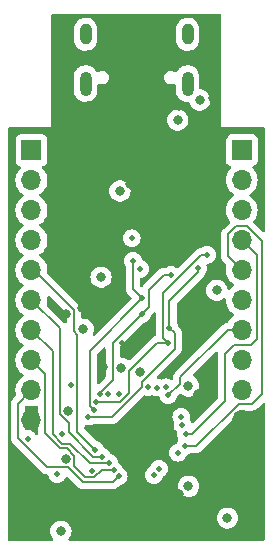
<source format=gbr>
%TF.GenerationSoftware,KiCad,Pcbnew,7.0.2*%
%TF.CreationDate,2023-05-30T01:45:27-07:00*%
%TF.ProjectId,iCEGenius,69434547-656e-4697-9573-2e6b69636164,rev?*%
%TF.SameCoordinates,Original*%
%TF.FileFunction,Copper,L3,Inr*%
%TF.FilePolarity,Positive*%
%FSLAX46Y46*%
G04 Gerber Fmt 4.6, Leading zero omitted, Abs format (unit mm)*
G04 Created by KiCad (PCBNEW 7.0.2) date 2023-05-30 01:45:27*
%MOMM*%
%LPD*%
G01*
G04 APERTURE LIST*
%TA.AperFunction,ComponentPad*%
%ADD10O,1.000000X1.800000*%
%TD*%
%TA.AperFunction,ComponentPad*%
%ADD11O,1.000000X2.100000*%
%TD*%
%TA.AperFunction,ComponentPad*%
%ADD12O,1.700000X1.700000*%
%TD*%
%TA.AperFunction,ComponentPad*%
%ADD13R,1.700000X1.700000*%
%TD*%
%TA.AperFunction,ViaPad*%
%ADD14C,0.800000*%
%TD*%
%TA.AperFunction,ViaPad*%
%ADD15C,0.500000*%
%TD*%
%TA.AperFunction,Conductor*%
%ADD16C,0.200000*%
%TD*%
G04 APERTURE END LIST*
D10*
%TO.N,unconnected-(J1-SHIELD-PadS1)*%
%TO.C,J1*%
X160330000Y-78720000D03*
D11*
X151690000Y-82900000D03*
D10*
X151690000Y-78720000D03*
D11*
X160330000Y-82900000D03*
%TD*%
D12*
%TO.N,GND*%
%TO.C,J3*%
X164915000Y-111390000D03*
%TO.N,IOT_45*%
X164915000Y-108850000D03*
%TO.N,IOT_47*%
X164915000Y-106310000D03*
%TO.N,IOL_4A*%
X164915000Y-103770000D03*
%TO.N,IOT_50_GBIN1*%
X164915000Y-101230000D03*
%TO.N,IOT_53*%
X164915000Y-98690000D03*
%TO.N,IOT_52*%
X164915000Y-96150000D03*
%TO.N,IOL_2B*%
X164915000Y-93610000D03*
%TO.N,IOL_2A*%
X164915000Y-91070000D03*
D13*
%TO.N,+3V3*%
X164915000Y-88530000D03*
%TD*%
D12*
%TO.N,GND*%
%TO.C,J2*%
X147115000Y-111410000D03*
%TO.N,IOR_39*%
X147115000Y-108870000D03*
%TO.N,IOR_38*%
X147115000Y-106330000D03*
%TO.N,IOR_36_GBIN2*%
X147115000Y-103790000D03*
%TO.N,IOR_35_GBIN3*%
X147115000Y-101250000D03*
%TO.N,IOR_34*%
X147115000Y-98710000D03*
%TO.N,IOL_5A_GBIN6*%
X147115000Y-96170000D03*
%TO.N,IOL_5B*%
X147115000Y-93630000D03*
%TO.N,IOL_4B_GBIN7*%
X147115000Y-91090000D03*
D13*
%TO.N,+3V3*%
X147115000Y-88550000D03*
%TD*%
D14*
%TO.N,GND*%
X151400000Y-97899999D03*
X151400000Y-101900001D03*
X151400000Y-99900000D03*
X152399999Y-121000000D03*
X156400001Y-121000000D03*
X154400000Y-121000000D03*
X157800001Y-78800000D03*
X153799999Y-78800000D03*
X155800000Y-78800000D03*
X150100000Y-88800000D03*
X150100000Y-84800000D03*
X150100000Y-86800000D03*
X149700000Y-82500000D03*
X149700000Y-80500000D03*
X149700000Y-78500000D03*
%TO.N,+5V*%
X161365000Y-84300000D03*
D15*
%TO.N,Net-(D5-A)*%
X150450500Y-108400000D03*
%TO.N,CRESET_B*%
X149300000Y-116000000D03*
%TO.N,CRESET_B_CTL*%
X146800000Y-113000000D03*
X156300000Y-98600000D03*
%TO.N,SDI*%
X158700000Y-104900000D03*
X162000000Y-97400000D03*
%TO.N,SCK*%
X158800000Y-103600000D03*
X161200000Y-98500000D03*
%TO.N,SDO*%
X156500000Y-102400000D03*
X158900000Y-99100000D03*
%TO.N,SS*%
X156500000Y-101100000D03*
X155700000Y-97900000D03*
%TO.N,GND*%
X161700000Y-93000000D03*
D14*
%TO.N,+3V3*%
X153000000Y-99300000D03*
X151500000Y-103700000D03*
%TO.N,GND*%
X165900000Y-118200000D03*
X164700000Y-113600000D03*
X161200000Y-109200000D03*
%TO.N,+3V3*%
X160400000Y-108500000D03*
D15*
%TO.N,GND*%
X149700000Y-112600000D03*
D14*
%TO.N,+3V3*%
X150200000Y-110600000D03*
D15*
%TO.N,GND*%
X152200000Y-115700000D03*
D14*
%TO.N,+3V3*%
X150000000Y-114700000D03*
%TO.N,GND*%
X146800000Y-119800000D03*
%TO.N,+3V3*%
X149600000Y-120800000D03*
%TO.N,GND*%
X156700000Y-118800000D03*
X159641121Y-117650468D03*
X162400000Y-118500000D03*
%TO.N,+3V3*%
X163700000Y-119700000D03*
X160400000Y-117000000D03*
X154700000Y-107000000D03*
%TO.N,GND*%
X156300000Y-107300000D03*
X153200000Y-106900000D03*
X150000000Y-102400000D03*
%TO.N,+3V3*%
X162800000Y-100400000D03*
%TO.N,GND*%
X153600000Y-97200000D03*
X153300000Y-94300000D03*
X150300000Y-96900000D03*
D15*
%TO.N,+5V*%
X155600000Y-96000000D03*
D14*
X154600000Y-92000000D03*
%TO.N,GND*%
X155431635Y-91368365D03*
X152900000Y-91400000D03*
X162500000Y-84100000D03*
X163400000Y-87300000D03*
%TO.N,+3V3*%
X159500000Y-86000000D03*
%TO.N,GND*%
X158300000Y-88500000D03*
D15*
X154800000Y-104900000D03*
%TO.N,IOT_45*%
X157480298Y-116059602D03*
%TO.N,IOT_47*%
X157900000Y-115500000D03*
%TO.N,IOT_50_GBIN1*%
X159500000Y-114149500D03*
%TO.N,IOT_53*%
X160100000Y-113600000D03*
%TO.N,IOR_39*%
X154496826Y-116146070D03*
%TO.N,IOR_38*%
X154059891Y-115599818D03*
%TO.N,IOR_36_GBIN2*%
X153700000Y-115000000D03*
%TO.N,IOR_35_GBIN3*%
X153100000Y-114500000D03*
%TO.N,IOR_34*%
X152500000Y-113900000D03*
%TO.N,SCK*%
X151928121Y-111094768D03*
%TO.N,SS*%
X152397937Y-110576525D03*
%TO.N,SDI*%
X152600000Y-109900000D03*
%TO.N,SDO*%
X152900497Y-109200000D03*
%TO.N,Net-(D5-A)*%
X153600000Y-109200000D03*
%TO.N,CRESET_B*%
X154500000Y-109200000D03*
%TO.N,IOL_5A_GBIN6*%
X157003934Y-108596040D03*
%TO.N,IOL_5B*%
X157738543Y-108638543D03*
%TO.N,IOL_4B_GBIN7*%
X158533627Y-108620571D03*
%TO.N,IOL_4A*%
X158700000Y-109300000D03*
D14*
%TO.N,GND*%
X151900000Y-87400000D03*
X157300000Y-87100000D03*
X162200000Y-79400000D03*
X151900000Y-84900000D03*
X159600000Y-84800000D03*
X158600000Y-95900000D03*
X156000000Y-112438990D03*
D15*
%TO.N,IOL_2A*%
X159800000Y-111100000D03*
%TO.N,IOL_2B*%
X159900000Y-111800000D03*
%TO.N,IOT_52*%
X160200000Y-112600000D03*
%TD*%
D16*
%TO.N,SCK*%
X159250000Y-105339950D02*
X159250000Y-104050000D01*
X159250000Y-104050000D02*
X158800000Y-103600000D01*
X156453934Y-108136016D02*
X159250000Y-105339950D01*
X156453934Y-108589570D02*
X156453934Y-108136016D01*
X151928121Y-111094768D02*
X151959878Y-111126525D01*
X153916978Y-111126525D02*
X156453934Y-108589570D01*
X151959878Y-111126525D02*
X153916978Y-111126525D01*
%TO.N,IOT_53*%
X163765000Y-97540000D02*
X164915000Y-98690000D01*
X163765000Y-95673654D02*
X163765000Y-97540000D01*
X164438654Y-95000000D02*
X163765000Y-95673654D01*
X165391346Y-95000000D02*
X164438654Y-95000000D01*
X166600000Y-96208654D02*
X165391346Y-95000000D01*
X166600000Y-109200000D02*
X166600000Y-96208654D01*
X165800000Y-110000000D02*
X166600000Y-109200000D01*
X164678654Y-110000000D02*
X165800000Y-110000000D01*
X161078654Y-113600000D02*
X164678654Y-110000000D01*
X160100000Y-113600000D02*
X161078654Y-113600000D01*
%TO.N,IOT_52*%
X166200000Y-97435000D02*
X164915000Y-96150000D01*
X165700000Y-105000000D02*
X166200000Y-104500000D01*
X166200000Y-104500000D02*
X166200000Y-97435000D01*
X164300000Y-105000000D02*
X165700000Y-105000000D01*
X163500000Y-109800000D02*
X163500000Y-105800000D01*
X163500000Y-105800000D02*
X164300000Y-105000000D01*
X160700000Y-112600000D02*
X163500000Y-109800000D01*
X160200000Y-112600000D02*
X160700000Y-112600000D01*
%TO.N,IOL_4A*%
X163712919Y-103770000D02*
X164915000Y-103770000D01*
X159700000Y-107782919D02*
X163712919Y-103770000D01*
X159700000Y-108300000D02*
X159700000Y-107782919D01*
X158700000Y-109300000D02*
X159700000Y-108300000D01*
%TO.N,IOR_39*%
X153992896Y-116650000D02*
X154496826Y-116146070D01*
X151450000Y-116650000D02*
X153992896Y-116650000D01*
X150200000Y-115400000D02*
X151450000Y-116650000D01*
X148422182Y-115400000D02*
X150200000Y-115400000D01*
X145965000Y-112942818D02*
X148422182Y-115400000D01*
X145965000Y-110020000D02*
X145965000Y-112942818D01*
X147115000Y-108870000D02*
X145965000Y-110020000D01*
%TO.N,IOR_38*%
X148265000Y-112508504D02*
X148265000Y-107480000D01*
X149556496Y-113800000D02*
X148265000Y-112508504D01*
X150089950Y-113800000D02*
X149556496Y-113800000D01*
X150700000Y-114410050D02*
X150089950Y-113800000D01*
X151672182Y-116250000D02*
X150700000Y-115277818D01*
X154059709Y-115600000D02*
X153077818Y-115600000D01*
X153077818Y-115600000D02*
X152427818Y-116250000D01*
X152427818Y-116250000D02*
X151672182Y-116250000D01*
X148265000Y-107480000D02*
X147115000Y-106330000D01*
X150700000Y-115277818D02*
X150700000Y-114410050D01*
X154059891Y-115599818D02*
X154059709Y-115600000D01*
%TO.N,IOR_36_GBIN2*%
X148900000Y-105575000D02*
X147115000Y-103790000D01*
X148900000Y-112577818D02*
X148900000Y-105575000D01*
X152050000Y-115050000D02*
X150400000Y-113400000D01*
X153650000Y-115050000D02*
X152050000Y-115050000D01*
X150400000Y-113400000D02*
X149722182Y-113400000D01*
X149722182Y-113400000D02*
X148900000Y-112577818D01*
X153700000Y-115000000D02*
X153650000Y-115050000D01*
%TO.N,IOR_35_GBIN3*%
X149500000Y-103635000D02*
X147115000Y-101250000D01*
X150250000Y-111650000D02*
X149500000Y-110900000D01*
X150250000Y-112427818D02*
X150250000Y-111650000D01*
X152322182Y-114500000D02*
X150250000Y-112427818D01*
X149500000Y-110900000D02*
X149500000Y-103635000D01*
X153100000Y-114500000D02*
X152322182Y-114500000D01*
%TO.N,IOR_34*%
X150700000Y-102110050D02*
X147299950Y-98710000D01*
X151000000Y-104189950D02*
X150700000Y-103889950D01*
X151000000Y-112400000D02*
X151000000Y-104189950D01*
X147299950Y-98710000D02*
X147115000Y-98710000D01*
X152500000Y-113900000D02*
X151000000Y-112400000D01*
X150700000Y-103889950D02*
X150700000Y-102110050D01*
%TO.N,SS*%
X152050000Y-110228588D02*
X152397937Y-110576525D01*
X152050000Y-105550000D02*
X152050000Y-110228588D01*
X156500000Y-101100000D02*
X152050000Y-105550000D01*
%TO.N,SDI*%
X158250000Y-100650000D02*
X158250000Y-104450000D01*
X161500000Y-97400000D02*
X158250000Y-100650000D01*
X162000000Y-97400000D02*
X161500000Y-97400000D01*
X158250000Y-104450000D02*
X158700000Y-104900000D01*
%TO.N,SCK*%
X158800000Y-101300000D02*
X158800000Y-103600000D01*
X161200000Y-98900000D02*
X158800000Y-101300000D01*
X161200000Y-98500000D02*
X161200000Y-98900000D01*
%TO.N,SDO*%
X157050000Y-101850000D02*
X156500000Y-102400000D01*
X158300000Y-99100000D02*
X157050000Y-100350000D01*
X157050000Y-100350000D02*
X157050000Y-101850000D01*
X158900000Y-99100000D02*
X158300000Y-99100000D01*
%TO.N,SDI*%
X154577818Y-109900000D02*
X152600000Y-109900000D01*
X155400000Y-109077818D02*
X154577818Y-109900000D01*
X155400000Y-107210050D02*
X155400000Y-109077818D01*
X157710050Y-104900000D02*
X155400000Y-107210050D01*
X158700000Y-104900000D02*
X157710050Y-104900000D01*
%TO.N,SDO*%
X152900497Y-109121685D02*
X152900497Y-109200000D01*
X154000000Y-108022182D02*
X152900497Y-109121685D01*
X156500000Y-102400000D02*
X154000000Y-104900000D01*
X154000000Y-104900000D02*
X154000000Y-108022182D01*
%TO.N,SS*%
X155700000Y-100300000D02*
X156500000Y-101100000D01*
X155700000Y-97900000D02*
X155700000Y-100300000D01*
%TD*%
%TA.AperFunction,Conductor*%
%TO.N,GND*%
G36*
X163142539Y-77020185D02*
G01*
X163188294Y-77072989D01*
X163199500Y-77124500D01*
X163199500Y-86575467D01*
X163199416Y-86575889D01*
X163199459Y-86600000D01*
X163199501Y-86600101D01*
X163199616Y-86600382D01*
X163199618Y-86600384D01*
X163199808Y-86600462D01*
X163200000Y-86600541D01*
X163200002Y-86600539D01*
X163224616Y-86600524D01*
X163224616Y-86600528D01*
X163224760Y-86600500D01*
X166775500Y-86600500D01*
X166842539Y-86620185D01*
X166888294Y-86672989D01*
X166899500Y-86724500D01*
X166899500Y-95359556D01*
X166879815Y-95426595D01*
X166827011Y-95472350D01*
X166757853Y-95482294D01*
X166694297Y-95453269D01*
X166687819Y-95447237D01*
X165925419Y-94684838D01*
X165891934Y-94623515D01*
X165896918Y-94553824D01*
X165925418Y-94509477D01*
X165953495Y-94481401D01*
X166089035Y-94287830D01*
X166188903Y-94073663D01*
X166250063Y-93845408D01*
X166270659Y-93610000D01*
X166250063Y-93374592D01*
X166188903Y-93146337D01*
X166089035Y-92932171D01*
X165953495Y-92738599D01*
X165786401Y-92571505D01*
X165600839Y-92441573D01*
X165557215Y-92386997D01*
X165550023Y-92317498D01*
X165581545Y-92255144D01*
X165600831Y-92238432D01*
X165786401Y-92108495D01*
X165953495Y-91941401D01*
X166089035Y-91747830D01*
X166188903Y-91533663D01*
X166250063Y-91305408D01*
X166270659Y-91070000D01*
X166250063Y-90834592D01*
X166188903Y-90606337D01*
X166089035Y-90392171D01*
X165953495Y-90198599D01*
X165831568Y-90076673D01*
X165798084Y-90015350D01*
X165803068Y-89945658D01*
X165844940Y-89889725D01*
X165875915Y-89872810D01*
X166007331Y-89823796D01*
X166122546Y-89737546D01*
X166208796Y-89622331D01*
X166259091Y-89487483D01*
X166265500Y-89427873D01*
X166265499Y-87632128D01*
X166259091Y-87572517D01*
X166208796Y-87437669D01*
X166122546Y-87322454D01*
X166007331Y-87236204D01*
X165872483Y-87185909D01*
X165812873Y-87179500D01*
X165809550Y-87179500D01*
X164020439Y-87179500D01*
X164020420Y-87179500D01*
X164017128Y-87179501D01*
X164013848Y-87179853D01*
X164013840Y-87179854D01*
X163957515Y-87185909D01*
X163822669Y-87236204D01*
X163707454Y-87322454D01*
X163621204Y-87437668D01*
X163570910Y-87572515D01*
X163570909Y-87572517D01*
X163564500Y-87632127D01*
X163564500Y-87635448D01*
X163564500Y-87635449D01*
X163564500Y-89424560D01*
X163564500Y-89424578D01*
X163564501Y-89427872D01*
X163564853Y-89431152D01*
X163564854Y-89431159D01*
X163570909Y-89487484D01*
X163578369Y-89507484D01*
X163621204Y-89622331D01*
X163707454Y-89737546D01*
X163822669Y-89823796D01*
X163934907Y-89865658D01*
X163954082Y-89872810D01*
X164010016Y-89914681D01*
X164034433Y-89980146D01*
X164019581Y-90048419D01*
X163998431Y-90076673D01*
X163876503Y-90198601D01*
X163740965Y-90392170D01*
X163641097Y-90606336D01*
X163579936Y-90834592D01*
X163559340Y-91070000D01*
X163579936Y-91305407D01*
X163585752Y-91327112D01*
X163641097Y-91533663D01*
X163740965Y-91747830D01*
X163876505Y-91941401D01*
X164043599Y-92108495D01*
X164229160Y-92238426D01*
X164272783Y-92293002D01*
X164279976Y-92362501D01*
X164248454Y-92424855D01*
X164229159Y-92441575D01*
X164043595Y-92571508D01*
X163876505Y-92738598D01*
X163740965Y-92932170D01*
X163641097Y-93146336D01*
X163579936Y-93374592D01*
X163559340Y-93609999D01*
X163579936Y-93845407D01*
X163624709Y-94012501D01*
X163641097Y-94073663D01*
X163740965Y-94287830D01*
X163876505Y-94481401D01*
X163876508Y-94481403D01*
X163876508Y-94481404D01*
X163904580Y-94509476D01*
X163938065Y-94570799D01*
X163933081Y-94640491D01*
X163904580Y-94684838D01*
X163373965Y-95215452D01*
X163361773Y-95226145D01*
X163336717Y-95245371D01*
X163260585Y-95344591D01*
X163240463Y-95370813D01*
X163179956Y-95516891D01*
X163159317Y-95673653D01*
X163163439Y-95704955D01*
X163164500Y-95721141D01*
X163164500Y-97492511D01*
X163163439Y-97508696D01*
X163159317Y-97539999D01*
X163164500Y-97579360D01*
X163179956Y-97696762D01*
X163240463Y-97842840D01*
X163336716Y-97968281D01*
X163361768Y-97987503D01*
X163373964Y-97998199D01*
X163582233Y-98206468D01*
X163615718Y-98267791D01*
X163614327Y-98326242D01*
X163579936Y-98454592D01*
X163559340Y-98690000D01*
X163579936Y-98925407D01*
X163624709Y-99092502D01*
X163641097Y-99153663D01*
X163740965Y-99367830D01*
X163876505Y-99561401D01*
X164043599Y-99728495D01*
X164229160Y-99858426D01*
X164272783Y-99913002D01*
X164279976Y-99982501D01*
X164248454Y-100044855D01*
X164229159Y-100061575D01*
X164043599Y-100191505D01*
X163901617Y-100333487D01*
X163840294Y-100366971D01*
X163770602Y-100361987D01*
X163714669Y-100320115D01*
X163690616Y-100258768D01*
X163685674Y-100211744D01*
X163643379Y-100081575D01*
X163627179Y-100031715D01*
X163532533Y-99867783D01*
X163405870Y-99727110D01*
X163252730Y-99615848D01*
X163079802Y-99538855D01*
X162894648Y-99499500D01*
X162894646Y-99499500D01*
X162705354Y-99499500D01*
X162705352Y-99499500D01*
X162520197Y-99538855D01*
X162347269Y-99615848D01*
X162194129Y-99727110D01*
X162067466Y-99867783D01*
X161972820Y-100031715D01*
X161914326Y-100211742D01*
X161894540Y-100400000D01*
X161914326Y-100588257D01*
X161972820Y-100768284D01*
X162067466Y-100932216D01*
X162194129Y-101072889D01*
X162347269Y-101184151D01*
X162520197Y-101261144D01*
X162705352Y-101300500D01*
X162705354Y-101300500D01*
X162894648Y-101300500D01*
X163018083Y-101274262D01*
X163079803Y-101261144D01*
X163149753Y-101230000D01*
X163252727Y-101184153D01*
X163252730Y-101184151D01*
X163364309Y-101103084D01*
X163430113Y-101079605D01*
X163498167Y-101095430D01*
X163546862Y-101145536D01*
X163560738Y-101214014D01*
X163560722Y-101214206D01*
X163559340Y-101230000D01*
X163579936Y-101465407D01*
X163592532Y-101512415D01*
X163641097Y-101693663D01*
X163740965Y-101907830D01*
X163876505Y-102101401D01*
X164043599Y-102268495D01*
X164229160Y-102398426D01*
X164272783Y-102453002D01*
X164279976Y-102522501D01*
X164248454Y-102584855D01*
X164229158Y-102601575D01*
X164049048Y-102727690D01*
X164043595Y-102731508D01*
X163876505Y-102898598D01*
X163740965Y-103092169D01*
X163735705Y-103103451D01*
X163689531Y-103155889D01*
X163639510Y-103173982D01*
X163556157Y-103184956D01*
X163410077Y-103245464D01*
X163330746Y-103306337D01*
X163284636Y-103341717D01*
X163265413Y-103366769D01*
X163254720Y-103378961D01*
X159308965Y-107324717D01*
X159296773Y-107335410D01*
X159271718Y-107354636D01*
X159247550Y-107386134D01*
X159175462Y-107480080D01*
X159114956Y-107626156D01*
X159094317Y-107782918D01*
X159098439Y-107814220D01*
X159099500Y-107830406D01*
X159099500Y-107865414D01*
X159079815Y-107932453D01*
X159027011Y-107978208D01*
X158957853Y-107988152D01*
X158909528Y-107970408D01*
X158861317Y-107940115D01*
X158701683Y-107884257D01*
X158533626Y-107865321D01*
X158365570Y-107884257D01*
X158205934Y-107940116D01*
X158187753Y-107951540D01*
X158120516Y-107970539D01*
X158080764Y-107958863D01*
X158079421Y-107962702D01*
X158066234Y-107958087D01*
X158066233Y-107958087D01*
X157906602Y-107902230D01*
X157906601Y-107902229D01*
X157906599Y-107902229D01*
X157830255Y-107893627D01*
X157765841Y-107866560D01*
X157726286Y-107808965D01*
X157724149Y-107739128D01*
X157756456Y-107682728D01*
X159641044Y-105798140D01*
X159653234Y-105787451D01*
X159658961Y-105783057D01*
X159678282Y-105768232D01*
X159706267Y-105731762D01*
X159774536Y-105642791D01*
X159835044Y-105496712D01*
X159855682Y-105339950D01*
X159851561Y-105308646D01*
X159850500Y-105292461D01*
X159850500Y-104097487D01*
X159851561Y-104081301D01*
X159855682Y-104049999D01*
X159840555Y-103935096D01*
X159835044Y-103893238D01*
X159774536Y-103747159D01*
X159774535Y-103747158D01*
X159774534Y-103747157D01*
X159773902Y-103745630D01*
X159769588Y-103740711D01*
X159678282Y-103621717D01*
X159653229Y-103602494D01*
X159641034Y-103591799D01*
X159573995Y-103524760D01*
X159540510Y-103463437D01*
X159538458Y-103450979D01*
X159536313Y-103431941D01*
X159480456Y-103272310D01*
X159424055Y-103182548D01*
X159419506Y-103175308D01*
X159400500Y-103109336D01*
X159400500Y-101600096D01*
X159420185Y-101533057D01*
X159436814Y-101512420D01*
X161591043Y-99358190D01*
X161603223Y-99347509D01*
X161628282Y-99328282D01*
X161724536Y-99202841D01*
X161785044Y-99056762D01*
X161787971Y-99034530D01*
X161794370Y-98985918D01*
X161812314Y-98936135D01*
X161880456Y-98827690D01*
X161936313Y-98668059D01*
X161955249Y-98500000D01*
X161936313Y-98331941D01*
X161930601Y-98315619D01*
X161927039Y-98245842D01*
X161961768Y-98185214D01*
X162023761Y-98152987D01*
X162033757Y-98151445D01*
X162168059Y-98136313D01*
X162327690Y-98080456D01*
X162470890Y-97990477D01*
X162590477Y-97870890D01*
X162680456Y-97727690D01*
X162736313Y-97568059D01*
X162755249Y-97400000D01*
X162736313Y-97231941D01*
X162680456Y-97072310D01*
X162590477Y-96929110D01*
X162470890Y-96809523D01*
X162327690Y-96719544D01*
X162168059Y-96663687D01*
X162168058Y-96663686D01*
X162168056Y-96663686D01*
X162000000Y-96644750D01*
X161831943Y-96663686D01*
X161672307Y-96719545D01*
X161581916Y-96776341D01*
X161514679Y-96795341D01*
X161500074Y-96794308D01*
X161473975Y-96797744D01*
X161460639Y-96799500D01*
X161401938Y-96807228D01*
X161343237Y-96814956D01*
X161197161Y-96875462D01*
X161146982Y-96913965D01*
X161071718Y-96971718D01*
X161071716Y-96971719D01*
X161071715Y-96971721D01*
X161052490Y-96996774D01*
X161041798Y-97008965D01*
X159543746Y-98507017D01*
X159482423Y-98540502D01*
X159412731Y-98535518D01*
X159383045Y-98516439D01*
X159382720Y-98516957D01*
X159370891Y-98509524D01*
X159370890Y-98509523D01*
X159227690Y-98419544D01*
X159068059Y-98363687D01*
X159068058Y-98363686D01*
X159068056Y-98363686D01*
X158900000Y-98344750D01*
X158731943Y-98363686D01*
X158572309Y-98419544D01*
X158475309Y-98480494D01*
X158409337Y-98499500D01*
X158347487Y-98499500D01*
X158331302Y-98498439D01*
X158327376Y-98497922D01*
X158299999Y-98494317D01*
X158095014Y-98521304D01*
X158072468Y-98543583D01*
X158061144Y-98548960D01*
X157997160Y-98575462D01*
X157929852Y-98627110D01*
X157871718Y-98671718D01*
X157871716Y-98671719D01*
X157871715Y-98671721D01*
X157852490Y-98696774D01*
X157841798Y-98708965D01*
X156658965Y-99891798D01*
X156646774Y-99902490D01*
X156621720Y-99921715D01*
X156610631Y-99936166D01*
X156582454Y-99972888D01*
X156537315Y-100031715D01*
X156522876Y-100050532D01*
X156466448Y-100091734D01*
X156396702Y-100095889D01*
X156335781Y-100061676D01*
X156303029Y-99999959D01*
X156300500Y-99975045D01*
X156300500Y-99466005D01*
X156320185Y-99398966D01*
X156372989Y-99353211D01*
X156410617Y-99342785D01*
X156468059Y-99336313D01*
X156627690Y-99280456D01*
X156770890Y-99190477D01*
X156890477Y-99070890D01*
X156980456Y-98927690D01*
X157036313Y-98768059D01*
X157055249Y-98600000D01*
X157036313Y-98431941D01*
X156980456Y-98272310D01*
X156890477Y-98129110D01*
X156770890Y-98009523D01*
X156627690Y-97919544D01*
X156627687Y-97919542D01*
X156524005Y-97883262D01*
X156467229Y-97842540D01*
X156441740Y-97780105D01*
X156436313Y-97731943D01*
X156436313Y-97731941D01*
X156380456Y-97572310D01*
X156290477Y-97429110D01*
X156170890Y-97309523D01*
X156027690Y-97219544D01*
X155868059Y-97163687D01*
X155868058Y-97163686D01*
X155868056Y-97163686D01*
X155700000Y-97144750D01*
X155531943Y-97163686D01*
X155372310Y-97219544D01*
X155229108Y-97309524D01*
X155109524Y-97429108D01*
X155019544Y-97572310D01*
X154963686Y-97731943D01*
X154944750Y-97899999D01*
X154963686Y-98068056D01*
X154963686Y-98068058D01*
X154963687Y-98068059D01*
X155019544Y-98227690D01*
X155080494Y-98324690D01*
X155099500Y-98390662D01*
X155099500Y-100252511D01*
X155098439Y-100268696D01*
X155094317Y-100299999D01*
X155099500Y-100339360D01*
X155114956Y-100456762D01*
X155175463Y-100602840D01*
X155271716Y-100728281D01*
X155296768Y-100747503D01*
X155308964Y-100758199D01*
X155563083Y-101012318D01*
X155596568Y-101073641D01*
X155591584Y-101143333D01*
X155563083Y-101187680D01*
X152507833Y-104242930D01*
X152446510Y-104276415D01*
X152376818Y-104271431D01*
X152320885Y-104229559D01*
X152296468Y-104164095D01*
X152311320Y-104095822D01*
X152312743Y-104093287D01*
X152327179Y-104068284D01*
X152385674Y-103888256D01*
X152405460Y-103700000D01*
X152385674Y-103511744D01*
X152340662Y-103373212D01*
X152327179Y-103331715D01*
X152232533Y-103167783D01*
X152105870Y-103027110D01*
X151952730Y-102915848D01*
X151779802Y-102838855D01*
X151594648Y-102799500D01*
X151594646Y-102799500D01*
X151424500Y-102799500D01*
X151357461Y-102779815D01*
X151311706Y-102727011D01*
X151300500Y-102675500D01*
X151300500Y-102157537D01*
X151301561Y-102141351D01*
X151304187Y-102121404D01*
X151305682Y-102110050D01*
X151285044Y-101953288D01*
X151224536Y-101807209D01*
X151168001Y-101733531D01*
X151157268Y-101719543D01*
X151128282Y-101681767D01*
X151103229Y-101662544D01*
X151091034Y-101651849D01*
X148739185Y-99300000D01*
X152094540Y-99300000D01*
X152114326Y-99488257D01*
X152172820Y-99668284D01*
X152267466Y-99832216D01*
X152394129Y-99972889D01*
X152547269Y-100084151D01*
X152720197Y-100161144D01*
X152905352Y-100200500D01*
X152905354Y-100200500D01*
X153094648Y-100200500D01*
X153218084Y-100174262D01*
X153279803Y-100161144D01*
X153452730Y-100084151D01*
X153596082Y-99980000D01*
X153605870Y-99972889D01*
X153651948Y-99921715D01*
X153732533Y-99832216D01*
X153827179Y-99668284D01*
X153885674Y-99488256D01*
X153905460Y-99300000D01*
X153885674Y-99111744D01*
X153848405Y-98997042D01*
X153827179Y-98931715D01*
X153732533Y-98767783D01*
X153605870Y-98627110D01*
X153452730Y-98515848D01*
X153279802Y-98438855D01*
X153094648Y-98399500D01*
X153094646Y-98399500D01*
X152905354Y-98399500D01*
X152905352Y-98399500D01*
X152720197Y-98438855D01*
X152547269Y-98515848D01*
X152394129Y-98627110D01*
X152267466Y-98767783D01*
X152172820Y-98931715D01*
X152114326Y-99111742D01*
X152094540Y-99300000D01*
X148739185Y-99300000D01*
X148485683Y-99046498D01*
X148452198Y-98985175D01*
X148449836Y-98948010D01*
X148470659Y-98710000D01*
X148450063Y-98474592D01*
X148418002Y-98354938D01*
X148388903Y-98246337D01*
X148289035Y-98032171D01*
X148153495Y-97838599D01*
X147986401Y-97671505D01*
X147800839Y-97541573D01*
X147757216Y-97486998D01*
X147750022Y-97417500D01*
X147781545Y-97355145D01*
X147800837Y-97338428D01*
X147986401Y-97208495D01*
X148153495Y-97041401D01*
X148289035Y-96847830D01*
X148388903Y-96633663D01*
X148450063Y-96405408D01*
X148470659Y-96170000D01*
X148455786Y-96000000D01*
X154844750Y-96000000D01*
X154863686Y-96168056D01*
X154863686Y-96168058D01*
X154863687Y-96168059D01*
X154919544Y-96327690D01*
X155009523Y-96470890D01*
X155129110Y-96590477D01*
X155272310Y-96680456D01*
X155431941Y-96736313D01*
X155600000Y-96755249D01*
X155768059Y-96736313D01*
X155927690Y-96680456D01*
X156070890Y-96590477D01*
X156190477Y-96470890D01*
X156280456Y-96327690D01*
X156336313Y-96168059D01*
X156355249Y-96000000D01*
X156336313Y-95831941D01*
X156280456Y-95672310D01*
X156190477Y-95529110D01*
X156070890Y-95409523D01*
X155927690Y-95319544D01*
X155768059Y-95263687D01*
X155768058Y-95263686D01*
X155768056Y-95263686D01*
X155600000Y-95244750D01*
X155431943Y-95263686D01*
X155272310Y-95319544D01*
X155129108Y-95409524D01*
X155009524Y-95529108D01*
X154919544Y-95672310D01*
X154863686Y-95831943D01*
X154844750Y-96000000D01*
X148455786Y-96000000D01*
X148450063Y-95934592D01*
X148388903Y-95706337D01*
X148289035Y-95492171D01*
X148153495Y-95298599D01*
X147986401Y-95131505D01*
X147800839Y-95001573D01*
X147757216Y-94946998D01*
X147750022Y-94877500D01*
X147781545Y-94815145D01*
X147800837Y-94798428D01*
X147986401Y-94668495D01*
X148153495Y-94501401D01*
X148289035Y-94307830D01*
X148388903Y-94093663D01*
X148450063Y-93865408D01*
X148470659Y-93630000D01*
X148450063Y-93394592D01*
X148388903Y-93166337D01*
X148289035Y-92952171D01*
X148153495Y-92758599D01*
X147986401Y-92591505D01*
X147800839Y-92461573D01*
X147757217Y-92406998D01*
X147750024Y-92337499D01*
X147781546Y-92275145D01*
X147800837Y-92258428D01*
X147986401Y-92128495D01*
X148114896Y-92000000D01*
X153694540Y-92000000D01*
X153714326Y-92188257D01*
X153772820Y-92368284D01*
X153867466Y-92532216D01*
X153994129Y-92672889D01*
X154147269Y-92784151D01*
X154320197Y-92861144D01*
X154505352Y-92900500D01*
X154505354Y-92900500D01*
X154694648Y-92900500D01*
X154818084Y-92874262D01*
X154879803Y-92861144D01*
X155052730Y-92784151D01*
X155052730Y-92784150D01*
X155205870Y-92672889D01*
X155332533Y-92532216D01*
X155427179Y-92368284D01*
X155445141Y-92313002D01*
X155485674Y-92188256D01*
X155505460Y-92000000D01*
X155485674Y-91811744D01*
X155427179Y-91631716D01*
X155427179Y-91631715D01*
X155332533Y-91467783D01*
X155205870Y-91327110D01*
X155052730Y-91215848D01*
X154879802Y-91138855D01*
X154694648Y-91099500D01*
X154694646Y-91099500D01*
X154505354Y-91099500D01*
X154505352Y-91099500D01*
X154320197Y-91138855D01*
X154147269Y-91215848D01*
X153994129Y-91327110D01*
X153867466Y-91467783D01*
X153772820Y-91631715D01*
X153714326Y-91811742D01*
X153694540Y-92000000D01*
X148114896Y-92000000D01*
X148153495Y-91961401D01*
X148289035Y-91767830D01*
X148388903Y-91553663D01*
X148450063Y-91325408D01*
X148470659Y-91090000D01*
X148450063Y-90854592D01*
X148388903Y-90626337D01*
X148289035Y-90412171D01*
X148153495Y-90218599D01*
X148031569Y-90096673D01*
X147998084Y-90035350D01*
X148003068Y-89965658D01*
X148044940Y-89909725D01*
X148075915Y-89892810D01*
X148207331Y-89843796D01*
X148322546Y-89757546D01*
X148408796Y-89642331D01*
X148459091Y-89507483D01*
X148465500Y-89447873D01*
X148465499Y-87652128D01*
X148459091Y-87592517D01*
X148408796Y-87457669D01*
X148322546Y-87342454D01*
X148207331Y-87256204D01*
X148072483Y-87205909D01*
X148012873Y-87199500D01*
X148009550Y-87199500D01*
X146220439Y-87199500D01*
X146220420Y-87199500D01*
X146217128Y-87199501D01*
X146213848Y-87199853D01*
X146213840Y-87199854D01*
X146157515Y-87205909D01*
X146022669Y-87256204D01*
X145907454Y-87342454D01*
X145821204Y-87457668D01*
X145770910Y-87592515D01*
X145770909Y-87592517D01*
X145764500Y-87652127D01*
X145764500Y-87655448D01*
X145764500Y-87655449D01*
X145764500Y-89444560D01*
X145764500Y-89444578D01*
X145764501Y-89447872D01*
X145770909Y-89507483D01*
X145821204Y-89642331D01*
X145907454Y-89757546D01*
X146022669Y-89843796D01*
X146121075Y-89880499D01*
X146154082Y-89892810D01*
X146210016Y-89934681D01*
X146234433Y-90000146D01*
X146219581Y-90068419D01*
X146198431Y-90096673D01*
X146076503Y-90218601D01*
X145940965Y-90412170D01*
X145841097Y-90626336D01*
X145779936Y-90854592D01*
X145759340Y-91090000D01*
X145779936Y-91325407D01*
X145818086Y-91467783D01*
X145841097Y-91553663D01*
X145940965Y-91767830D01*
X146076505Y-91961401D01*
X146243599Y-92128495D01*
X146429160Y-92258426D01*
X146472783Y-92313002D01*
X146479976Y-92382501D01*
X146448454Y-92444855D01*
X146429159Y-92461575D01*
X146243595Y-92591508D01*
X146076505Y-92758598D01*
X145940965Y-92952170D01*
X145841097Y-93166336D01*
X145779936Y-93394592D01*
X145759340Y-93629999D01*
X145779936Y-93865407D01*
X145824709Y-94032501D01*
X145841097Y-94093663D01*
X145940965Y-94307830D01*
X146076505Y-94501401D01*
X146243599Y-94668495D01*
X146429160Y-94798426D01*
X146472783Y-94853002D01*
X146479976Y-94922501D01*
X146448454Y-94984855D01*
X146429159Y-95001575D01*
X146243595Y-95131508D01*
X146076505Y-95298598D01*
X145940965Y-95492170D01*
X145841097Y-95706336D01*
X145779936Y-95934592D01*
X145759340Y-96170000D01*
X145779936Y-96405407D01*
X145824709Y-96572502D01*
X145841097Y-96633663D01*
X145940965Y-96847830D01*
X146076505Y-97041401D01*
X146243599Y-97208495D01*
X146429160Y-97338426D01*
X146472783Y-97393002D01*
X146479976Y-97462501D01*
X146448454Y-97524855D01*
X146429159Y-97541575D01*
X146243595Y-97671508D01*
X146076505Y-97838598D01*
X145940965Y-98032170D01*
X145841097Y-98246336D01*
X145779936Y-98474592D01*
X145759340Y-98709999D01*
X145779936Y-98945407D01*
X145824506Y-99111742D01*
X145841097Y-99173663D01*
X145940965Y-99387830D01*
X146076505Y-99581401D01*
X146243599Y-99748495D01*
X146429160Y-99878426D01*
X146472783Y-99933002D01*
X146479976Y-100002501D01*
X146448454Y-100064855D01*
X146429159Y-100081575D01*
X146243595Y-100211508D01*
X146076505Y-100378598D01*
X145940965Y-100572170D01*
X145841097Y-100786336D01*
X145779936Y-101014592D01*
X145759340Y-101249999D01*
X145779936Y-101485407D01*
X145787173Y-101512415D01*
X145841097Y-101713663D01*
X145940965Y-101927830D01*
X146076505Y-102121401D01*
X146243599Y-102288495D01*
X146429160Y-102418426D01*
X146472783Y-102473002D01*
X146479976Y-102542501D01*
X146448454Y-102604855D01*
X146429158Y-102621575D01*
X146277611Y-102727690D01*
X146243595Y-102751508D01*
X146076505Y-102918598D01*
X145940965Y-103112170D01*
X145841097Y-103326336D01*
X145779936Y-103554592D01*
X145759340Y-103790000D01*
X145779936Y-104025407D01*
X145824709Y-104192502D01*
X145841097Y-104253663D01*
X145940965Y-104467830D01*
X146076505Y-104661401D01*
X146243599Y-104828495D01*
X146429160Y-104958426D01*
X146472783Y-105013002D01*
X146479976Y-105082501D01*
X146448454Y-105144855D01*
X146429158Y-105161575D01*
X146267477Y-105274786D01*
X146243595Y-105291508D01*
X146076505Y-105458598D01*
X145940965Y-105652170D01*
X145841097Y-105866336D01*
X145779936Y-106094592D01*
X145759340Y-106330000D01*
X145779936Y-106565407D01*
X145824709Y-106732502D01*
X145841097Y-106793663D01*
X145940965Y-107007830D01*
X146076505Y-107201401D01*
X146243599Y-107368495D01*
X146429160Y-107498426D01*
X146472783Y-107553002D01*
X146479976Y-107622501D01*
X146448454Y-107684855D01*
X146429158Y-107701575D01*
X146261523Y-107818955D01*
X146243595Y-107831508D01*
X146076505Y-107998598D01*
X145940965Y-108192170D01*
X145841097Y-108406336D01*
X145779936Y-108634592D01*
X145759340Y-108869999D01*
X145779936Y-109105406D01*
X145814327Y-109233756D01*
X145812664Y-109303606D01*
X145782233Y-109353530D01*
X145573965Y-109561798D01*
X145561774Y-109572490D01*
X145536721Y-109591715D01*
X145536719Y-109591716D01*
X145536718Y-109591718D01*
X145454014Y-109699500D01*
X145445578Y-109710493D01*
X145440462Y-109717161D01*
X145379956Y-109863237D01*
X145359317Y-110019999D01*
X145363439Y-110051301D01*
X145364500Y-110067487D01*
X145364500Y-112895329D01*
X145363439Y-112911514D01*
X145359317Y-112942817D01*
X145371196Y-113033039D01*
X145379956Y-113099580D01*
X145440463Y-113245658D01*
X145536716Y-113371099D01*
X145561768Y-113390321D01*
X145573964Y-113401017D01*
X147963981Y-115791034D01*
X147974676Y-115803229D01*
X147993899Y-115828282D01*
X148076343Y-115891543D01*
X148093022Y-115904341D01*
X148119341Y-115924536D01*
X148265420Y-115985044D01*
X148403972Y-116003284D01*
X148438367Y-116007813D01*
X148438173Y-116009283D01*
X148487362Y-116016953D01*
X148539619Y-116063332D01*
X148557735Y-116115243D01*
X148563686Y-116168056D01*
X148563686Y-116168058D01*
X148563687Y-116168059D01*
X148619544Y-116327690D01*
X148709523Y-116470890D01*
X148829110Y-116590477D01*
X148972310Y-116680456D01*
X149131941Y-116736313D01*
X149300000Y-116755249D01*
X149468059Y-116736313D01*
X149627690Y-116680456D01*
X149770890Y-116590477D01*
X149890477Y-116470890D01*
X149980456Y-116327690D01*
X149992522Y-116293206D01*
X150033241Y-116236431D01*
X150098193Y-116210682D01*
X150166755Y-116224137D01*
X150197244Y-116246479D01*
X150991799Y-117041034D01*
X151002494Y-117053229D01*
X151021717Y-117078282D01*
X151139778Y-117168872D01*
X151147159Y-117174536D01*
X151293238Y-117235044D01*
X151418698Y-117251561D01*
X151449999Y-117255682D01*
X151449999Y-117255681D01*
X151450000Y-117255682D01*
X151481302Y-117251560D01*
X151497487Y-117250500D01*
X153945409Y-117250500D01*
X153961593Y-117251560D01*
X153992896Y-117255682D01*
X154149658Y-117235044D01*
X154295737Y-117174536D01*
X154303118Y-117168872D01*
X154421178Y-117078282D01*
X154440405Y-117053223D01*
X154451086Y-117041043D01*
X154492130Y-116999999D01*
X159494540Y-116999999D01*
X159514326Y-117188257D01*
X159572820Y-117368284D01*
X159667466Y-117532216D01*
X159794129Y-117672889D01*
X159947269Y-117784151D01*
X160120197Y-117861144D01*
X160305352Y-117900500D01*
X160305354Y-117900500D01*
X160494648Y-117900500D01*
X160618083Y-117874262D01*
X160679803Y-117861144D01*
X160852730Y-117784151D01*
X161005871Y-117672888D01*
X161132533Y-117532216D01*
X161227179Y-117368284D01*
X161285674Y-117188256D01*
X161305460Y-117000000D01*
X161285674Y-116811744D01*
X161227179Y-116631716D01*
X161227179Y-116631715D01*
X161132533Y-116467783D01*
X161005870Y-116327110D01*
X160852730Y-116215848D01*
X160679802Y-116138855D01*
X160494648Y-116099500D01*
X160494646Y-116099500D01*
X160305354Y-116099500D01*
X160305352Y-116099500D01*
X160120197Y-116138855D01*
X159947269Y-116215848D01*
X159794129Y-116327110D01*
X159667466Y-116467783D01*
X159572820Y-116631715D01*
X159514326Y-116811742D01*
X159494540Y-116999999D01*
X154492130Y-116999999D01*
X154572066Y-116920063D01*
X154633387Y-116886580D01*
X154645844Y-116884528D01*
X154664885Y-116882383D01*
X154824516Y-116826526D01*
X154967716Y-116736547D01*
X155087303Y-116616960D01*
X155177282Y-116473760D01*
X155233139Y-116314129D01*
X155252075Y-116146070D01*
X155242332Y-116059601D01*
X156725048Y-116059601D01*
X156743984Y-116227658D01*
X156743984Y-116227660D01*
X156743985Y-116227661D01*
X156799842Y-116387292D01*
X156889821Y-116530492D01*
X157009408Y-116650079D01*
X157152608Y-116740058D01*
X157312239Y-116795915D01*
X157424278Y-116808539D01*
X157480297Y-116814851D01*
X157480297Y-116814850D01*
X157480298Y-116814851D01*
X157648357Y-116795915D01*
X157807988Y-116740058D01*
X157951188Y-116650079D01*
X158070775Y-116530492D01*
X158160754Y-116387292D01*
X158216611Y-116227661D01*
X158216611Y-116227657D01*
X158220330Y-116217030D01*
X158261052Y-116160254D01*
X158271385Y-116152999D01*
X158370890Y-116090477D01*
X158490477Y-115970890D01*
X158580456Y-115827690D01*
X158636313Y-115668059D01*
X158655249Y-115500000D01*
X158636313Y-115331941D01*
X158580456Y-115172310D01*
X158490477Y-115029110D01*
X158370890Y-114909523D01*
X158227690Y-114819544D01*
X158068059Y-114763687D01*
X158068058Y-114763686D01*
X158068056Y-114763686D01*
X157900000Y-114744750D01*
X157731943Y-114763686D01*
X157572310Y-114819544D01*
X157429108Y-114909524D01*
X157309524Y-115029108D01*
X157219542Y-115172312D01*
X157159965Y-115342573D01*
X157119243Y-115399349D01*
X157108897Y-115406611D01*
X157009407Y-115469125D01*
X156889822Y-115588710D01*
X156799842Y-115731912D01*
X156743984Y-115891545D01*
X156725048Y-116059601D01*
X155242332Y-116059601D01*
X155233139Y-115978011D01*
X155177282Y-115818380D01*
X155087303Y-115675180D01*
X154967716Y-115555593D01*
X154840146Y-115475435D01*
X154793857Y-115423102D01*
X154789085Y-115411415D01*
X154740347Y-115272128D01*
X154650368Y-115128928D01*
X154530781Y-115009341D01*
X154530780Y-115009340D01*
X154501186Y-114990744D01*
X154454896Y-114938409D01*
X154443940Y-114899635D01*
X154436313Y-114831943D01*
X154436313Y-114831941D01*
X154380456Y-114672310D01*
X154290477Y-114529110D01*
X154170890Y-114409523D01*
X154027690Y-114319544D01*
X154027687Y-114319542D01*
X153861032Y-114261227D01*
X153804256Y-114220506D01*
X153784945Y-114185140D01*
X153780456Y-114172310D01*
X153690477Y-114029110D01*
X153570890Y-113909523D01*
X153427690Y-113819544D01*
X153300904Y-113775180D01*
X153244130Y-113734459D01*
X153224819Y-113699094D01*
X153180456Y-113572310D01*
X153090477Y-113429110D01*
X152970890Y-113309523D01*
X152827690Y-113219544D01*
X152668059Y-113163687D01*
X152668058Y-113163686D01*
X152668056Y-113163686D01*
X152649035Y-113161543D01*
X152584622Y-113134476D01*
X152575239Y-113126004D01*
X151636819Y-112187583D01*
X151603334Y-112126260D01*
X151600500Y-112099902D01*
X151600500Y-111950009D01*
X151620185Y-111882970D01*
X151672989Y-111837215D01*
X151742147Y-111827271D01*
X151755747Y-111830595D01*
X151928121Y-111850017D01*
X152096180Y-111831081D01*
X152255811Y-111775224D01*
X152302271Y-111746030D01*
X152368243Y-111727025D01*
X153869491Y-111727025D01*
X153885675Y-111728085D01*
X153916978Y-111732207D01*
X154073740Y-111711569D01*
X154219819Y-111651061D01*
X154272498Y-111610639D01*
X154345260Y-111554807D01*
X154364487Y-111529748D01*
X154375168Y-111517568D01*
X156576703Y-109316034D01*
X156638024Y-109282551D01*
X156705333Y-109286674D01*
X156835875Y-109332353D01*
X157003934Y-109351289D01*
X157171993Y-109332353D01*
X157282703Y-109293613D01*
X157352480Y-109290053D01*
X157389628Y-109305662D01*
X157410853Y-109318999D01*
X157570484Y-109374856D01*
X157645204Y-109383275D01*
X157738542Y-109393792D01*
X157738542Y-109393791D01*
X157738543Y-109393792D01*
X157831880Y-109383275D01*
X157900701Y-109395329D01*
X157952081Y-109442677D01*
X157962806Y-109465540D01*
X157963686Y-109468057D01*
X157963687Y-109468059D01*
X158019544Y-109627690D01*
X158109523Y-109770890D01*
X158229110Y-109890477D01*
X158372310Y-109980456D01*
X158531941Y-110036313D01*
X158700000Y-110055249D01*
X158868059Y-110036313D01*
X159027690Y-109980456D01*
X159170890Y-109890477D01*
X159290477Y-109770890D01*
X159380456Y-109627690D01*
X159436313Y-109468059D01*
X159438456Y-109449034D01*
X159465521Y-109384624D01*
X159473985Y-109375248D01*
X159651024Y-109198209D01*
X159712345Y-109164726D01*
X159782037Y-109169710D01*
X159811588Y-109185574D01*
X159947269Y-109284151D01*
X160120197Y-109361144D01*
X160305352Y-109400500D01*
X160305354Y-109400500D01*
X160494648Y-109400500D01*
X160618083Y-109374262D01*
X160679803Y-109361144D01*
X160852730Y-109284151D01*
X160903300Y-109247410D01*
X161005870Y-109172889D01*
X161132533Y-109032216D01*
X161227179Y-108868284D01*
X161227179Y-108868283D01*
X161285674Y-108688256D01*
X161305460Y-108500000D01*
X161285674Y-108311744D01*
X161246822Y-108192170D01*
X161227179Y-108131715D01*
X161132533Y-107967783D01*
X161005870Y-107827110D01*
X160842187Y-107708188D01*
X160842995Y-107707075D01*
X160800724Y-107671145D01*
X160780403Y-107604296D01*
X160799449Y-107537072D01*
X160816711Y-107515441D01*
X162690927Y-105641226D01*
X162752249Y-105607742D01*
X162821941Y-105612726D01*
X162877874Y-105654598D01*
X162902291Y-105720062D01*
X162901546Y-105745093D01*
X162894317Y-105799998D01*
X162898439Y-105831301D01*
X162899500Y-105847487D01*
X162899500Y-109499902D01*
X162879815Y-109566941D01*
X162863181Y-109587583D01*
X160823165Y-111627598D01*
X160761842Y-111661083D01*
X160692150Y-111656099D01*
X160636217Y-111614227D01*
X160618444Y-111580876D01*
X160580456Y-111472310D01*
X160537966Y-111404689D01*
X160518966Y-111337453D01*
X160525918Y-111297765D01*
X160536313Y-111268059D01*
X160555249Y-111100000D01*
X160536313Y-110931941D01*
X160480456Y-110772310D01*
X160390477Y-110629110D01*
X160270890Y-110509523D01*
X160127690Y-110419544D01*
X159968059Y-110363687D01*
X159968058Y-110363686D01*
X159968056Y-110363686D01*
X159800000Y-110344750D01*
X159631943Y-110363686D01*
X159472310Y-110419544D01*
X159329108Y-110509524D01*
X159209524Y-110629108D01*
X159119544Y-110772310D01*
X159063686Y-110931943D01*
X159044750Y-111099999D01*
X159063686Y-111268056D01*
X159063686Y-111268058D01*
X159063687Y-111268059D01*
X159093803Y-111354127D01*
X159119545Y-111427692D01*
X159162032Y-111495311D01*
X159181032Y-111562548D01*
X159174081Y-111602233D01*
X159163686Y-111631941D01*
X159144750Y-111800000D01*
X159163686Y-111968056D01*
X159163686Y-111968058D01*
X159163687Y-111968059D01*
X159219544Y-112127690D01*
X159304997Y-112263687D01*
X159309524Y-112270891D01*
X159422159Y-112383526D01*
X159455644Y-112444849D01*
X159457698Y-112485091D01*
X159444750Y-112600000D01*
X159463686Y-112768056D01*
X159463686Y-112768058D01*
X159463687Y-112768059D01*
X159519544Y-112927690D01*
X159537337Y-112956007D01*
X159540790Y-112961503D01*
X159559789Y-113028740D01*
X159539420Y-113095575D01*
X159523478Y-113115153D01*
X159509524Y-113129106D01*
X159419542Y-113272312D01*
X159395316Y-113341548D01*
X159354595Y-113398324D01*
X159319231Y-113417634D01*
X159172310Y-113469044D01*
X159172308Y-113469044D01*
X159172308Y-113469045D01*
X159029108Y-113559024D01*
X158909524Y-113678608D01*
X158819544Y-113821810D01*
X158763686Y-113981443D01*
X158744750Y-114149500D01*
X158763686Y-114317556D01*
X158763686Y-114317558D01*
X158763687Y-114317559D01*
X158819544Y-114477190D01*
X158909523Y-114620390D01*
X159029110Y-114739977D01*
X159172310Y-114829956D01*
X159331941Y-114885813D01*
X159500000Y-114904749D01*
X159668059Y-114885813D01*
X159827690Y-114829956D01*
X159970890Y-114739977D01*
X160090477Y-114620390D01*
X160180456Y-114477190D01*
X160204683Y-114407951D01*
X160245403Y-114351176D01*
X160280763Y-114331867D01*
X160427690Y-114280456D01*
X160524691Y-114219505D01*
X160590663Y-114200500D01*
X161031167Y-114200500D01*
X161047351Y-114201560D01*
X161078654Y-114205682D01*
X161235416Y-114185044D01*
X161381495Y-114124536D01*
X161395388Y-114113875D01*
X161409282Y-114103215D01*
X161451680Y-114070680D01*
X161506936Y-114028282D01*
X161526163Y-114003223D01*
X161536844Y-113991043D01*
X164891069Y-110636819D01*
X164952393Y-110603334D01*
X164978751Y-110600500D01*
X165752513Y-110600500D01*
X165768697Y-110601560D01*
X165800000Y-110605682D01*
X165956762Y-110585044D01*
X166102841Y-110524536D01*
X166134165Y-110500500D01*
X166228282Y-110428282D01*
X166247509Y-110403223D01*
X166258190Y-110391043D01*
X166687820Y-109961414D01*
X166749142Y-109927930D01*
X166818834Y-109932914D01*
X166874767Y-109974786D01*
X166899184Y-110040250D01*
X166899500Y-110049096D01*
X166899500Y-121475500D01*
X166879815Y-121542539D01*
X166827011Y-121588294D01*
X166775500Y-121599500D01*
X150370378Y-121599500D01*
X150303339Y-121579815D01*
X150257584Y-121527011D01*
X150247640Y-121457853D01*
X150276665Y-121394297D01*
X150278228Y-121392528D01*
X150292599Y-121376566D01*
X150332533Y-121332216D01*
X150427179Y-121168284D01*
X150485674Y-120988256D01*
X150505460Y-120800000D01*
X150485674Y-120611744D01*
X150427179Y-120431716D01*
X150427179Y-120431715D01*
X150332533Y-120267783D01*
X150205870Y-120127110D01*
X150052730Y-120015848D01*
X149879802Y-119938855D01*
X149694648Y-119899500D01*
X149694646Y-119899500D01*
X149505354Y-119899500D01*
X149505352Y-119899500D01*
X149320197Y-119938855D01*
X149147269Y-120015848D01*
X148994129Y-120127110D01*
X148867466Y-120267783D01*
X148772820Y-120431715D01*
X148714326Y-120611742D01*
X148694540Y-120800000D01*
X148714326Y-120988257D01*
X148772820Y-121168284D01*
X148867466Y-121332215D01*
X148921772Y-121392528D01*
X148952002Y-121455519D01*
X148943377Y-121524854D01*
X148898636Y-121578520D01*
X148831983Y-121599478D01*
X148829622Y-121599500D01*
X145224500Y-121599500D01*
X145157461Y-121579815D01*
X145111706Y-121527011D01*
X145100500Y-121475500D01*
X145100500Y-119700000D01*
X162794540Y-119700000D01*
X162814326Y-119888257D01*
X162872820Y-120068284D01*
X162967466Y-120232216D01*
X163094129Y-120372889D01*
X163247269Y-120484151D01*
X163420197Y-120561144D01*
X163605352Y-120600500D01*
X163605354Y-120600500D01*
X163794648Y-120600500D01*
X163918083Y-120574262D01*
X163979803Y-120561144D01*
X164152730Y-120484151D01*
X164305871Y-120372888D01*
X164432533Y-120232216D01*
X164527179Y-120068284D01*
X164585674Y-119888256D01*
X164605460Y-119700000D01*
X164585674Y-119511744D01*
X164527179Y-119331716D01*
X164527179Y-119331715D01*
X164432533Y-119167783D01*
X164305870Y-119027110D01*
X164152730Y-118915848D01*
X163979802Y-118838855D01*
X163794648Y-118799500D01*
X163794646Y-118799500D01*
X163605354Y-118799500D01*
X163605352Y-118799500D01*
X163420197Y-118838855D01*
X163247269Y-118915848D01*
X163094129Y-119027110D01*
X162967466Y-119167783D01*
X162872820Y-119331715D01*
X162814326Y-119511742D01*
X162794540Y-119700000D01*
X145100500Y-119700000D01*
X145100500Y-86724500D01*
X145120185Y-86657461D01*
X145172989Y-86611706D01*
X145224500Y-86600500D01*
X148775240Y-86600500D01*
X148775383Y-86600528D01*
X148775384Y-86600524D01*
X148799997Y-86600539D01*
X148800000Y-86600541D01*
X148800383Y-86600383D01*
X148800500Y-86600099D01*
X148800541Y-86600000D01*
X148800540Y-86599997D01*
X148800583Y-86575889D01*
X148800500Y-86575467D01*
X148800500Y-85999999D01*
X158594540Y-85999999D01*
X158614326Y-86188257D01*
X158672820Y-86368284D01*
X158767466Y-86532216D01*
X158894129Y-86672889D01*
X159047269Y-86784151D01*
X159220197Y-86861144D01*
X159405352Y-86900500D01*
X159405354Y-86900500D01*
X159594648Y-86900500D01*
X159718084Y-86874262D01*
X159779803Y-86861144D01*
X159952730Y-86784151D01*
X160105871Y-86672888D01*
X160232533Y-86532216D01*
X160327179Y-86368284D01*
X160385674Y-86188256D01*
X160405460Y-86000000D01*
X160385674Y-85811744D01*
X160327179Y-85631716D01*
X160327179Y-85631715D01*
X160232533Y-85467783D01*
X160105870Y-85327110D01*
X159952730Y-85215848D01*
X159779802Y-85138855D01*
X159594648Y-85099500D01*
X159594646Y-85099500D01*
X159405354Y-85099500D01*
X159405352Y-85099500D01*
X159220197Y-85138855D01*
X159047269Y-85215848D01*
X158894129Y-85327110D01*
X158767466Y-85467783D01*
X158672820Y-85631715D01*
X158614326Y-85811742D01*
X158594540Y-85999999D01*
X148800500Y-85999999D01*
X148800500Y-83500742D01*
X150689500Y-83500742D01*
X150689816Y-83503853D01*
X150689817Y-83503865D01*
X150704926Y-83652440D01*
X150735868Y-83751058D01*
X150765841Y-83846588D01*
X150864591Y-84024502D01*
X150997134Y-84178895D01*
X151158042Y-84303448D01*
X151340729Y-84393060D01*
X151537715Y-84444063D01*
X151740936Y-84454369D01*
X151740936Y-84454368D01*
X151740937Y-84454369D01*
X151942071Y-84423556D01*
X152024413Y-84393060D01*
X152132887Y-84352886D01*
X152305571Y-84245252D01*
X152453053Y-84105059D01*
X152569295Y-83938049D01*
X152649540Y-83751058D01*
X152690500Y-83551741D01*
X152690500Y-83030590D01*
X152710185Y-82963552D01*
X152762989Y-82917797D01*
X152832147Y-82907853D01*
X152861953Y-82916030D01*
X152969764Y-82960687D01*
X153082280Y-82975500D01*
X153086333Y-82975500D01*
X153153667Y-82975500D01*
X153157720Y-82975500D01*
X153270236Y-82960687D01*
X153410233Y-82902698D01*
X153530451Y-82810451D01*
X153622698Y-82690233D01*
X153680687Y-82550236D01*
X153700466Y-82400000D01*
X158319533Y-82400000D01*
X158339312Y-82550235D01*
X158397301Y-82690231D01*
X158397302Y-82690233D01*
X158489549Y-82810451D01*
X158609767Y-82902698D01*
X158749764Y-82960687D01*
X158862280Y-82975500D01*
X158866333Y-82975500D01*
X158933667Y-82975500D01*
X158937720Y-82975500D01*
X159050236Y-82960687D01*
X159158046Y-82916030D01*
X159227517Y-82908561D01*
X159289996Y-82939836D01*
X159325648Y-82999925D01*
X159329500Y-83030591D01*
X159329500Y-83500742D01*
X159329816Y-83503853D01*
X159329817Y-83503865D01*
X159344926Y-83652440D01*
X159375868Y-83751058D01*
X159405841Y-83846588D01*
X159504591Y-84024502D01*
X159637134Y-84178895D01*
X159798042Y-84303448D01*
X159980729Y-84393060D01*
X160177715Y-84444063D01*
X160380936Y-84454369D01*
X160380937Y-84454368D01*
X160384511Y-84454550D01*
X160450468Y-84477605D01*
X160493490Y-84532658D01*
X160496162Y-84540073D01*
X160537820Y-84668284D01*
X160632466Y-84832216D01*
X160759129Y-84972889D01*
X160912269Y-85084151D01*
X161085197Y-85161144D01*
X161270352Y-85200500D01*
X161270354Y-85200500D01*
X161459648Y-85200500D01*
X161583084Y-85174262D01*
X161644803Y-85161144D01*
X161817730Y-85084151D01*
X161970871Y-84972888D01*
X162097533Y-84832216D01*
X162192179Y-84668284D01*
X162250674Y-84488256D01*
X162270460Y-84300000D01*
X162250674Y-84111744D01*
X162192179Y-83931716D01*
X162192179Y-83931715D01*
X162097533Y-83767783D01*
X161970870Y-83627110D01*
X161817730Y-83515848D01*
X161644802Y-83438855D01*
X161459648Y-83399500D01*
X161459646Y-83399500D01*
X161454500Y-83399500D01*
X161387461Y-83379815D01*
X161341706Y-83327011D01*
X161330500Y-83275500D01*
X161330500Y-82302399D01*
X161330500Y-82302398D01*
X161330500Y-82299258D01*
X161315074Y-82147562D01*
X161254159Y-81953412D01*
X161155409Y-81775498D01*
X161022866Y-81621105D01*
X160861958Y-81496552D01*
X160861957Y-81496551D01*
X160679272Y-81406940D01*
X160613608Y-81389938D01*
X160482285Y-81355937D01*
X160461671Y-81354891D01*
X160279062Y-81345630D01*
X160077928Y-81376443D01*
X159887113Y-81447113D01*
X159714431Y-81554745D01*
X159644623Y-81621104D01*
X159566947Y-81694941D01*
X159501472Y-81789011D01*
X159450704Y-81861952D01*
X159437667Y-81892331D01*
X159393139Y-81946174D01*
X159326570Y-81967396D01*
X159259096Y-81949259D01*
X159248231Y-81941805D01*
X159190233Y-81897302D01*
X159178232Y-81892331D01*
X159050236Y-81839313D01*
X158991356Y-81831561D01*
X158941739Y-81825029D01*
X158941737Y-81825028D01*
X158937720Y-81824500D01*
X158862280Y-81824500D01*
X158858263Y-81825028D01*
X158858260Y-81825029D01*
X158749764Y-81839313D01*
X158609768Y-81897301D01*
X158489549Y-81989549D01*
X158397301Y-82109768D01*
X158339312Y-82249764D01*
X158319533Y-82400000D01*
X153700466Y-82400000D01*
X153680687Y-82249764D01*
X153622698Y-82109767D01*
X153530451Y-81989549D01*
X153410233Y-81897302D01*
X153270236Y-81839313D01*
X153211356Y-81831561D01*
X153161739Y-81825029D01*
X153161737Y-81825028D01*
X153157720Y-81824500D01*
X153082280Y-81824500D01*
X153078263Y-81825028D01*
X153078260Y-81825029D01*
X152969764Y-81839313D01*
X152829766Y-81897302D01*
X152770823Y-81942531D01*
X152705654Y-81967725D01*
X152637209Y-81953687D01*
X152587220Y-81904873D01*
X152586918Y-81904333D01*
X152515409Y-81775498D01*
X152382866Y-81621105D01*
X152221958Y-81496552D01*
X152221957Y-81496551D01*
X152039272Y-81406940D01*
X151973608Y-81389938D01*
X151842285Y-81355937D01*
X151821671Y-81354891D01*
X151639062Y-81345630D01*
X151437928Y-81376443D01*
X151247113Y-81447113D01*
X151074431Y-81554745D01*
X151004623Y-81621104D01*
X150926947Y-81694941D01*
X150926946Y-81694943D01*
X150810705Y-81861950D01*
X150755948Y-81989549D01*
X150730460Y-82048942D01*
X150689500Y-82248259D01*
X150689500Y-83500742D01*
X148800500Y-83500742D01*
X148800500Y-79170742D01*
X150689500Y-79170742D01*
X150689816Y-79173853D01*
X150689817Y-79173865D01*
X150704926Y-79322440D01*
X150735868Y-79421058D01*
X150765841Y-79516588D01*
X150864591Y-79694502D01*
X150997134Y-79848895D01*
X151158042Y-79973448D01*
X151340729Y-80063060D01*
X151537715Y-80114063D01*
X151740936Y-80124369D01*
X151740936Y-80124368D01*
X151740937Y-80124369D01*
X151942071Y-80093556D01*
X152024413Y-80063060D01*
X152132887Y-80022886D01*
X152305571Y-79915252D01*
X152453053Y-79775059D01*
X152569295Y-79608049D01*
X152649540Y-79421058D01*
X152690500Y-79221741D01*
X152690500Y-79170742D01*
X159329500Y-79170742D01*
X159329816Y-79173853D01*
X159329817Y-79173865D01*
X159344926Y-79322440D01*
X159375868Y-79421058D01*
X159405841Y-79516588D01*
X159504591Y-79694502D01*
X159637134Y-79848895D01*
X159798042Y-79973448D01*
X159980729Y-80063060D01*
X160177715Y-80114063D01*
X160380936Y-80124369D01*
X160380936Y-80124368D01*
X160380937Y-80124369D01*
X160582071Y-80093556D01*
X160664413Y-80063060D01*
X160772887Y-80022886D01*
X160945571Y-79915252D01*
X161093053Y-79775059D01*
X161209295Y-79608049D01*
X161289540Y-79421058D01*
X161330500Y-79221741D01*
X161330500Y-78269258D01*
X161315074Y-78117562D01*
X161254159Y-77923412D01*
X161155409Y-77745498D01*
X161022866Y-77591105D01*
X160861958Y-77466552D01*
X160861957Y-77466551D01*
X160679272Y-77376940D01*
X160613608Y-77359939D01*
X160482285Y-77325937D01*
X160461671Y-77324891D01*
X160279062Y-77315630D01*
X160077928Y-77346443D01*
X159887113Y-77417113D01*
X159714431Y-77524745D01*
X159644623Y-77591104D01*
X159566947Y-77664941D01*
X159566946Y-77664943D01*
X159450705Y-77831950D01*
X159411456Y-77923412D01*
X159370460Y-78018942D01*
X159329500Y-78218259D01*
X159329500Y-79170742D01*
X152690500Y-79170742D01*
X152690500Y-78269258D01*
X152675074Y-78117562D01*
X152614159Y-77923412D01*
X152515409Y-77745498D01*
X152382866Y-77591105D01*
X152221958Y-77466552D01*
X152221957Y-77466551D01*
X152039272Y-77376940D01*
X151973608Y-77359939D01*
X151842285Y-77325937D01*
X151821671Y-77324891D01*
X151639062Y-77315630D01*
X151437928Y-77346443D01*
X151247113Y-77417113D01*
X151074431Y-77524745D01*
X151004623Y-77591104D01*
X150926947Y-77664941D01*
X150926946Y-77664943D01*
X150810705Y-77831950D01*
X150771456Y-77923412D01*
X150730460Y-78018942D01*
X150689500Y-78218259D01*
X150689500Y-79170742D01*
X148800500Y-79170742D01*
X148800500Y-77124500D01*
X148820185Y-77057461D01*
X148872989Y-77011706D01*
X148924500Y-77000500D01*
X163075500Y-77000500D01*
X163142539Y-77020185D01*
G37*
%TD.AperFunction*%
%TA.AperFunction,Conductor*%
G36*
X147578257Y-110164391D02*
G01*
X147636119Y-110203554D01*
X147663623Y-110267782D01*
X147664500Y-110282503D01*
X147664500Y-112461015D01*
X147663439Y-112477200D01*
X147659317Y-112508504D01*
X147659910Y-112513004D01*
X147649142Y-112582039D01*
X147602760Y-112634293D01*
X147535490Y-112653176D01*
X147468690Y-112632693D01*
X147431979Y-112595160D01*
X147390477Y-112529110D01*
X147270890Y-112409523D01*
X147127690Y-112319544D01*
X146968059Y-112263687D01*
X146968058Y-112263686D01*
X146968056Y-112263686D01*
X146799999Y-112244750D01*
X146703383Y-112255636D01*
X146634561Y-112243581D01*
X146583182Y-112196232D01*
X146565500Y-112132416D01*
X146565500Y-110320097D01*
X146585185Y-110253058D01*
X146601819Y-110232416D01*
X146631469Y-110202766D01*
X146692792Y-110169281D01*
X146751242Y-110170671D01*
X146879592Y-110205063D01*
X147036530Y-110218793D01*
X147114999Y-110225659D01*
X147114999Y-110225658D01*
X147115000Y-110225659D01*
X147350408Y-110205063D01*
X147502200Y-110164391D01*
X147508407Y-110162728D01*
X147578257Y-110164391D01*
G37*
%TD.AperFunction*%
%TA.AperFunction,Conductor*%
G36*
X153318834Y-105232914D02*
G01*
X153374767Y-105274786D01*
X153399184Y-105340250D01*
X153399500Y-105349096D01*
X153399500Y-107722084D01*
X153379815Y-107789123D01*
X153363181Y-107809765D01*
X152862181Y-108310765D01*
X152800858Y-108344250D01*
X152731166Y-108339266D01*
X152675233Y-108297394D01*
X152650816Y-108231930D01*
X152650500Y-108223084D01*
X152650500Y-105850096D01*
X152670185Y-105783057D01*
X152686815Y-105762419D01*
X153187819Y-105261414D01*
X153249142Y-105227930D01*
X153318834Y-105232914D01*
G37*
%TD.AperFunction*%
%TA.AperFunction,Conductor*%
G36*
X157568834Y-102282915D02*
G01*
X157624767Y-102324787D01*
X157649184Y-102390251D01*
X157649500Y-102399097D01*
X157649500Y-104193544D01*
X157629815Y-104260583D01*
X157577011Y-104306338D01*
X157567493Y-104309071D01*
X157407208Y-104375464D01*
X157281766Y-104471718D01*
X157262544Y-104496770D01*
X157251850Y-104508964D01*
X155454796Y-106306017D01*
X155393473Y-106339502D01*
X155323781Y-106334518D01*
X155294230Y-106318654D01*
X155152730Y-106215848D01*
X154979802Y-106138855D01*
X154794648Y-106099500D01*
X154794646Y-106099500D01*
X154724500Y-106099500D01*
X154657461Y-106079815D01*
X154611706Y-106027011D01*
X154600500Y-105975500D01*
X154600500Y-105200096D01*
X154620185Y-105133057D01*
X154636814Y-105112420D01*
X156575240Y-103173993D01*
X156636561Y-103140510D01*
X156649018Y-103138458D01*
X156668059Y-103136313D01*
X156827690Y-103080456D01*
X156970890Y-102990477D01*
X157090477Y-102870890D01*
X157180456Y-102727690D01*
X157236313Y-102568059D01*
X157238456Y-102549035D01*
X157265521Y-102484624D01*
X157273976Y-102475258D01*
X157437821Y-102311413D01*
X157499142Y-102277931D01*
X157568834Y-102282915D01*
G37*
%TD.AperFunction*%
%TA.AperFunction,Conductor*%
G36*
X148646744Y-100908231D02*
G01*
X148661699Y-100920984D01*
X150063181Y-102322466D01*
X150096666Y-102383789D01*
X150099500Y-102410147D01*
X150099500Y-103085903D01*
X150079815Y-103152942D01*
X150027011Y-103198697D01*
X149957853Y-103208641D01*
X149894297Y-103179616D01*
X149887819Y-103173584D01*
X148447766Y-101733531D01*
X148414281Y-101672208D01*
X148415672Y-101613756D01*
X148419332Y-101600096D01*
X148450063Y-101485408D01*
X148470659Y-101250000D01*
X148450490Y-101019472D01*
X148464256Y-100950973D01*
X148512871Y-100900790D01*
X148580900Y-100884856D01*
X148646744Y-100908231D01*
G37*
%TD.AperFunction*%
%TD*%
M02*

</source>
